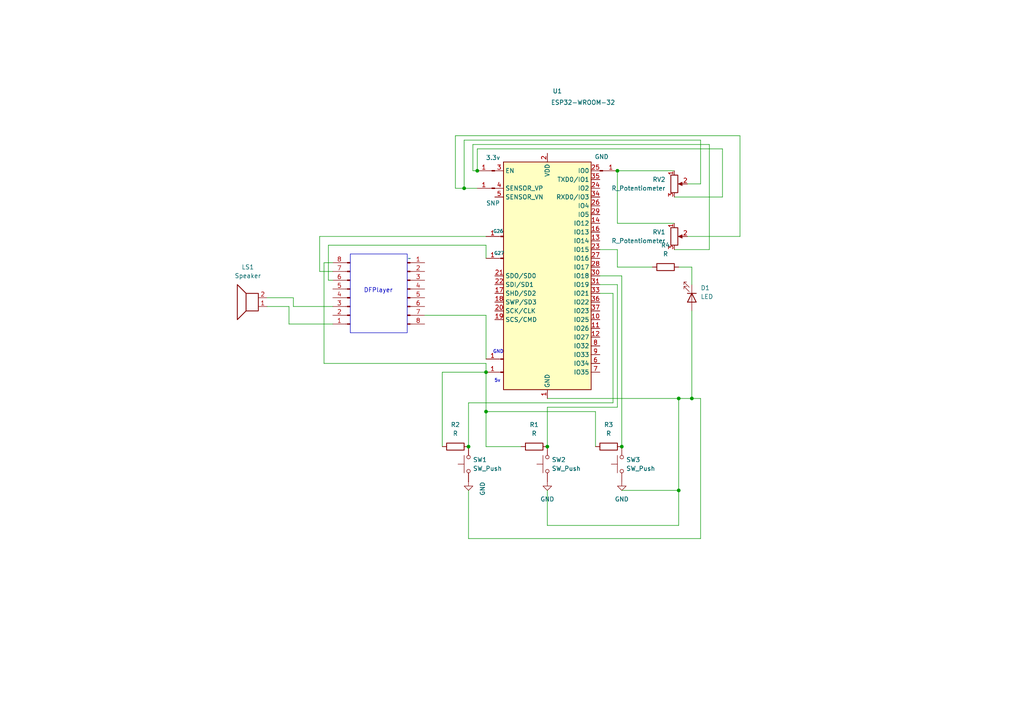
<source format=kicad_sch>
(kicad_sch (version 20231120) (generator "eeschema") (generator_version "8.0")
  (paper "A4")
  (lib_symbols
    (symbol "Connector:Conn_01x01_Pin" (pin_names (offset 1.016) hide)
      (property "Reference" "J" (at 0 2.54 0))
      (property "Value" "Conn_01x01_Pin" (at 0 -2.54 0))
      (symbol "Conn_01x01_Pin_1_1"
        (polyline (pts (xy 1.27 0) (xy 0.8636 0)) (stroke (width 0.1524)))
        (rectangle (start 0.8636 0.127) (end 0 -0.127) (stroke (width 0.1524)) (fill (type outline)))
        (pin passive line (at 5.08 0 180) (length 3.81) (name "Pin_1") (number "1"))
      )
    )
    (symbol "Connector:Conn_01x08_Pin" (pin_names (offset 1.016) hide)
      (property "Reference" "J" (at 0 10.16 0))
      (property "Value" "Conn_01x08_Pin" (at 0 -12.7 0))
      (symbol "Conn_01x08_Pin_1_1"
        (polyline (pts (xy 1.27 -10.16) (xy 0.8636 -10.16)) (stroke (width 0.1524)))
        (polyline (pts (xy 1.27 -7.62) (xy 0.8636 -7.62)) (stroke (width 0.1524)))
        (polyline (pts (xy 1.27 -5.08) (xy 0.8636 -5.08)) (stroke (width 0.1524)))
        (polyline (pts (xy 1.27 -2.54) (xy 0.8636 -2.54)) (stroke (width 0.1524)))
        (polyline (pts (xy 1.27 0) (xy 0.8636 0)) (stroke (width 0.1524)))
        (polyline (pts (xy 1.27 2.54) (xy 0.8636 2.54)) (stroke (width 0.1524)))
        (polyline (pts (xy 1.27 5.08) (xy 0.8636 5.08)) (stroke (width 0.1524)))
        (polyline (pts (xy 1.27 7.62) (xy 0.8636 7.62)) (stroke (width 0.1524)))
        (rectangle (start 0.8636 -10.033) (end 0 -10.287) (stroke (width 0.1524)) (fill (type outline)))
        (rectangle (start 0.8636 -7.493) (end 0 -7.747) (stroke (width 0.1524)) (fill (type outline)))
        (rectangle (start 0.8636 -4.953) (end 0 -5.207) (stroke (width 0.1524)) (fill (type outline)))
        (rectangle (start 0.8636 -2.413) (end 0 -2.667) (stroke (width 0.1524)) (fill (type outline)))
        (rectangle (start 0.8636 0.127) (end 0 -0.127) (stroke (width 0.1524)) (fill (type outline)))
        (rectangle (start 0.8636 2.667) (end 0 2.413) (stroke (width 0.1524)) (fill (type outline)))
        (rectangle (start 0.8636 5.207) (end 0 4.953) (stroke (width 0.1524)) (fill (type outline)))
        (rectangle (start 0.8636 7.747) (end 0 7.493) (stroke (width 0.1524)) (fill (type outline)))
        (pin passive line (at 5.08 7.62 180) (length 3.81) (name "Pin_1") (number "1"))
        (pin passive line (at 5.08 5.08 180) (length 3.81) (name "Pin_2") (number "2"))
        (pin passive line (at 5.08 2.54 180) (length 3.81) (name "Pin_3") (number "3"))
        (pin passive line (at 5.08 0 180) (length 3.81) (name "Pin_4") (number "4"))
        (pin passive line (at 5.08 -2.54 180) (length 3.81) (name "Pin_5") (number "5"))
        (pin passive line (at 5.08 -5.08 180) (length 3.81) (name "Pin_6") (number "6"))
        (pin passive line (at 5.08 -7.62 180) (length 3.81) (name "Pin_7") (number "7"))
        (pin passive line (at 5.08 -10.16 180) (length 3.81) (name "Pin_8") (number "8"))
      )
    )
    (symbol "Device:LED" (pin_numbers hide) (pin_names (offset 1.016) hide)
      (property "Reference" "D" (at 0 2.54 0))
      (property "Value" "LED" (at 0 -2.54 0))
      (symbol "LED_0_1"
        (polyline (pts (xy -1.27 -1.27) (xy -1.27 1.27)) (stroke (width 0.254)))
        (polyline (pts (xy -1.27 0) (xy 1.27 0)))
        (polyline (pts (xy 1.27 -1.27) (xy 1.27 1.27) (xy -1.27 0) (xy 1.27 -1.27)) (stroke (width 0.254)))
        (polyline (pts (xy -3.048 -0.762) (xy -4.572 -2.286) (xy -3.81 -2.286) (xy -4.572 -2.286) (xy -4.572 -1.524)))
        (polyline (pts (xy -1.778 -0.762) (xy -3.302 -2.286) (xy -2.54 -2.286) (xy -3.302 -2.286) (xy -3.302 -1.524)))
      )
      (symbol "LED_1_1"
        (pin passive line (at -3.81 0 0) (length 2.54) (name "K") (number "1"))
        (pin passive line (at 3.81 0 180) (length 2.54) (name "A") (number "2"))
      )
    )
    (symbol "Device:R" (pin_numbers hide) (pin_names (offset 0))
      (property "Reference" "R" (at 2.032 0 90))
      (property "Value" "R" (at 0 0 90))
      (symbol "R_0_1"
        (rectangle (start -1.016 -2.54) (end 1.016 2.54) (stroke (width 0.254)))
      )
      (symbol "R_1_1"
        (pin passive line (at 0 3.81 270) (length 1.27) (name "~") (number "1"))
        (pin passive line (at 0 -3.81 90) (length 1.27) (name "~") (number "2"))
      )
    )
    (symbol "Device:R_Potentiometer" (pin_names (offset 1.016) hide)
      (property "Reference" "RV" (at -4.445 0 90))
      (property "Value" "R_Potentiometer" (at -2.54 0 90))
      (symbol "R_Potentiometer_0_1"
        (polyline (pts (xy 2.54 0) (xy 1.524 0)))
        (polyline (pts (xy 1.143 0) (xy 2.286 0.508) (xy 2.286 -0.508) (xy 1.143 0)) (fill (type outline)))
        (rectangle (start 1.016 2.54) (end -1.016 -2.54) (stroke (width 0.254)))
      )
      (symbol "R_Potentiometer_1_1"
        (pin passive line (at 0 3.81 270) (length 1.27) (name "1") (number "1"))
        (pin passive line (at 3.81 0 180) (length 1.27) (name "2") (number "2"))
        (pin passive line (at 0 -3.81 90) (length 1.27) (name "3") (number "3"))
      )
    )
    (symbol "Device:Speaker" (pin_names (offset 0) hide)
      (property "Reference" "LS" (at 1.27 5.715 0))
      (property "Value" "Speaker" (at 1.27 3.81 0))
      (symbol "Speaker_0_0"
        (rectangle (start -2.54 1.27) (end 1.016 -3.81) (stroke (width 0.254)))
        (polyline (pts (xy 1.016 1.27) (xy 3.556 3.81) (xy 3.556 -6.35) (xy 1.016 -3.81)) (stroke (width 0.254)))
      )
      (symbol "Speaker_1_1"
        (pin input line (at -5.08 0 0) (length 2.54) (name "1") (number "1"))
        (pin input line (at -5.08 -2.54 0) (length 2.54) (name "2") (number "2"))
      )
    )
    (symbol "RF_Module:ESP32-WROOM-32"
      (property "Reference" "U" (at -12.7 34.29 0))
      (property "Value" "ESP32-WROOM-32" (at 1.27 34.29 0))
      (symbol "ESP32-WROOM-32_0_1"
        (rectangle (start -12.7 33.02) (end 12.7 -33.02) (stroke (width 0.254)) (fill (type background)))
      )
      (symbol "ESP32-WROOM-32_1_1"
        (pin power_in line (at 0 -35.56 90) (length 2.54) (name "GND") (number "1"))
        (pin bidirectional line (at 15.24 -12.7 180) (length 2.54) (name "IO25") (number "10"))
        (pin bidirectional line (at 15.24 -15.24 180) (length 2.54) (name "IO26") (number "11"))
        (pin bidirectional line (at 15.24 -17.78 180) (length 2.54) (name "IO27") (number "12"))
        (pin bidirectional line (at 15.24 10.16 180) (length 2.54) (name "IO14") (number "13"))
        (pin bidirectional line (at 15.24 15.24 180) (length 2.54) (name "IO12") (number "14"))
        (pin passive line (at 0 -35.56 90) (length 2.54) hide (name "GND") (number "15"))
        (pin bidirectional line (at 15.24 12.7 180) (length 2.54) (name "IO13") (number "16"))
        (pin bidirectional line (at -15.24 -5.08 0) (length 2.54) (name "SHD/SD2") (number "17"))
        (pin bidirectional line (at -15.24 -7.62 0) (length 2.54) (name "SWP/SD3") (number "18"))
        (pin bidirectional line (at -15.24 -12.7 0) (length 2.54) (name "SCS/CMD") (number "19"))
        (pin power_in line (at 0 35.56 270) (length 2.54) (name "VDD") (number "2"))
        (pin bidirectional line (at -15.24 -10.16 0) (length 2.54) (name "SCK/CLK") (number "20"))
        (pin bidirectional line (at -15.24 0 0) (length 2.54) (name "SDO/SD0") (number "21"))
        (pin bidirectional line (at -15.24 -2.54 0) (length 2.54) (name "SDI/SD1") (number "22"))
        (pin bidirectional line (at 15.24 7.62 180) (length 2.54) (name "IO15") (number "23"))
        (pin bidirectional line (at 15.24 25.4 180) (length 2.54) (name "IO2") (number "24"))
        (pin bidirectional line (at 15.24 30.48 180) (length 2.54) (name "IO0") (number "25"))
        (pin bidirectional line (at 15.24 20.32 180) (length 2.54) (name "IO4") (number "26"))
        (pin bidirectional line (at 15.24 5.08 180) (length 2.54) (name "IO16") (number "27"))
        (pin bidirectional line (at 15.24 2.54 180) (length 2.54) (name "IO17") (number "28"))
        (pin bidirectional line (at 15.24 17.78 180) (length 2.54) (name "IO5") (number "29"))
        (pin input line (at -15.24 30.48 0) (length 2.54) (name "EN") (number "3"))
        (pin bidirectional line (at 15.24 0 180) (length 2.54) (name "IO18") (number "30"))
        (pin bidirectional line (at 15.24 -2.54 180) (length 2.54) (name "IO19") (number "31"))
        (pin no_connect line (at -12.7 -27.94 0) (length 2.54) hide (name "NC") (number "32"))
        (pin bidirectional line (at 15.24 -5.08 180) (length 2.54) (name "IO21") (number "33"))
        (pin bidirectional line (at 15.24 22.86 180) (length 2.54) (name "RXD0/IO3") (number "34"))
        (pin bidirectional line (at 15.24 27.94 180) (length 2.54) (name "TXD0/IO1") (number "35"))
        (pin bidirectional line (at 15.24 -7.62 180) (length 2.54) (name "IO22") (number "36"))
        (pin bidirectional line (at 15.24 -10.16 180) (length 2.54) (name "IO23") (number "37"))
        (pin passive line (at 0 -35.56 90) (length 2.54) hide (name "GND") (number "38"))
        (pin passive line (at 0 -35.56 90) (length 2.54) hide (name "GND") (number "39"))
        (pin input line (at -15.24 25.4 0) (length 2.54) (name "SENSOR_VP") (number "4"))
        (pin input line (at -15.24 22.86 0) (length 2.54) (name "SENSOR_VN") (number "5"))
        (pin input line (at 15.24 -25.4 180) (length 2.54) (name "IO34") (number "6"))
        (pin input line (at 15.24 -27.94 180) (length 2.54) (name "IO35") (number "7"))
        (pin bidirectional line (at 15.24 -20.32 180) (length 2.54) (name "IO32") (number "8"))
        (pin bidirectional line (at 15.24 -22.86 180) (length 2.54) (name "IO33") (number "9"))
      )
    )
    (symbol "Switch:SW_Push" (pin_numbers hide) (pin_names (offset 1.016) hide)
      (property "Reference" "SW" (at 1.27 2.54 0))
      (property "Value" "SW_Push" (at 0 -1.524 0))
      (symbol "SW_Push_0_1"
        (circle (center -2.032 0) (radius 0.508))
        (polyline (pts (xy 0 1.27) (xy 0 3.048)))
        (polyline (pts (xy 2.54 1.27) (xy -2.54 1.27)))
        (circle (center 2.032 0) (radius 0.508))
        (pin passive line (at -5.08 0 0) (length 2.54) (name "1") (number "1"))
        (pin passive line (at 5.08 0 180) (length 2.54) (name "2") (number "2"))
      )
    )
    (symbol "power:GND" (power) (pin_numbers hide) (pin_names (offset 0) hide)
      (property "Value" "GND" (at 0 -3.81 0))
      (symbol "GND_0_1"
        (polyline (pts (xy 0 0) (xy 0 -1.27) (xy 1.27 -1.27) (xy 0 -2.54) (xy -1.27 -1.27) (xy 0 -1.27)))
      )
      (symbol "GND_1_1"
        (pin power_in line (at 0 0 270) (length 0) (name "~") (number "1"))
      )
    )
  )
  (junction (at 134.62 54.61))
  (junction (at 135.89 129.54))
  (junction (at 158.75 129.54))
  (junction (at 180.34 129.54))
  (junction (at 200.66 115.57))
  (junction (at 138.43 49.53))
  (junction (at 196.85 142.24))
  (junction (at 196.85 115.57))
  (junction (at 140.97 119.38))
  (junction (at 140.97 107.95))
  (junction (at 179.07 49.53))
  (wire (pts (xy 95.25 81.28) (xy 95.25 71.12)))
  (wire (pts (xy 140.97 91.44) (xy 140.97 104.14)))
  (wire (pts (xy 195.58 64.77) (xy 179.07 64.77)))
  (wire (pts (xy 95.25 71.12) (xy 140.97 71.12)))
  (wire (pts (xy 179.07 72.39) (xy 173.99 72.39)))
  (wire (pts (xy 140.97 105.41) (xy 93.98 105.41)))
  (wire (pts (xy 180.34 142.24) (xy 196.85 142.24)))
  (wire (pts (xy 203.2 156.21) (xy 203.2 115.57)))
  (wire (pts (xy 199.39 53.34) (xy 203.2 53.34)))
  (wire (pts (xy 196.85 152.4) (xy 196.85 142.24)))
  (wire (pts (xy 196.85 142.24) (xy 196.85 115.57)))
  (wire (pts (xy 135.89 129.54) (xy 135.89 116.84)))
  (wire (pts (xy 199.39 68.58) (xy 214.63 68.58)))
  (wire (pts (xy 140.97 107.95) (xy 140.97 119.38)))
  (wire (pts (xy 132.08 54.61) (xy 134.62 54.61)))
  (wire (pts (xy 134.62 54.61) (xy 138.43 54.61)))
  (wire (pts (xy 77.47 86.36) (xy 85.09 86.36)))
  (wire (pts (xy 135.89 156.21) (xy 203.2 156.21)))
  (wire (pts (xy 179.07 118.11) (xy 179.07 82.55)))
  (wire (pts (xy 209.55 57.15) (xy 209.55 43.18)))
  (wire (pts (xy 123.19 91.44) (xy 140.97 91.44)))
  (wire (pts (xy 128.27 129.54) (xy 128.27 107.95)))
  (wire (pts (xy 96.52 93.98) (xy 83.82 93.98)))
  (wire (pts (xy 179.07 82.55) (xy 173.99 82.55)))
  (wire (pts (xy 135.89 142.24) (xy 135.89 156.21)))
  (wire (pts (xy 195.58 72.39) (xy 205.74 72.39)))
  (wire (pts (xy 189.23 77.47) (xy 179.07 77.47)))
  (wire (pts (xy 179.07 77.47) (xy 179.07 72.39)))
  (wire (pts (xy 158.75 142.24) (xy 158.75 152.4)))
  (wire (pts (xy 203.2 53.34) (xy 203.2 40.64)))
  (wire (pts (xy 135.89 116.84) (xy 177.8 116.84)))
  (wire (pts (xy 93.98 105.41) (xy 93.98 76.2)))
  (wire (pts (xy 132.08 39.37) (xy 132.08 54.61)))
  (wire (pts (xy 83.82 93.98) (xy 83.82 88.9)))
  (wire (pts (xy 177.8 85.09) (xy 173.99 85.09)))
  (wire (pts (xy 158.75 129.54) (xy 158.75 118.11)))
  (wire (pts (xy 96.52 88.9) (xy 85.09 88.9)))
  (wire (pts (xy 128.27 107.95) (xy 140.97 107.95)))
  (wire (pts (xy 158.75 118.11) (xy 179.07 118.11)))
  (wire (pts (xy 140.97 129.54) (xy 140.97 119.38)))
  (wire (pts (xy 209.55 43.18) (xy 138.43 43.18)))
  (wire (pts (xy 96.52 78.74) (xy 92.71 78.74)))
  (wire (pts (xy 203.2 40.64) (xy 134.62 40.64)))
  (wire (pts (xy 96.52 81.28) (xy 95.25 81.28)))
  (wire (pts (xy 138.43 43.18) (xy 138.43 49.53)))
  (wire (pts (xy 158.75 115.57) (xy 196.85 115.57)))
  (wire (pts (xy 214.63 39.37) (xy 132.08 39.37)))
  (wire (pts (xy 92.71 68.58) (xy 140.97 68.58)))
  (wire (pts (xy 172.72 119.38) (xy 140.97 119.38)))
  (wire (pts (xy 195.58 57.15) (xy 209.55 57.15)))
  (wire (pts (xy 179.07 49.53) (xy 179.07 64.77)))
  (wire (pts (xy 151.13 129.54) (xy 140.97 129.54)))
  (wire (pts (xy 180.34 80.01) (xy 180.34 129.54)))
  (wire (pts (xy 200.66 82.55) (xy 200.66 77.47)))
  (wire (pts (xy 137.16 49.53) (xy 138.43 49.53)))
  (wire (pts (xy 85.09 88.9) (xy 85.09 86.36)))
  (wire (pts (xy 172.72 129.54) (xy 172.72 119.38)))
  (wire (pts (xy 179.07 49.53) (xy 195.58 49.53)))
  (wire (pts (xy 205.74 72.39) (xy 205.74 41.91)))
  (wire (pts (xy 158.75 152.4) (xy 196.85 152.4)))
  (wire (pts (xy 200.66 77.47) (xy 196.85 77.47)))
  (wire (pts (xy 177.8 116.84) (xy 177.8 85.09)))
  (wire (pts (xy 134.62 40.64) (xy 134.62 54.61)))
  (wire (pts (xy 196.85 115.57) (xy 200.66 115.57)))
  (wire (pts (xy 200.66 90.17) (xy 200.66 115.57)))
  (wire (pts (xy 214.63 68.58) (xy 214.63 39.37)))
  (wire (pts (xy 200.66 115.57) (xy 203.2 115.57)))
  (wire (pts (xy 137.16 41.91) (xy 137.16 49.53)))
  (wire (pts (xy 205.74 41.91) (xy 137.16 41.91)))
  (wire (pts (xy 140.97 71.12) (xy 140.97 74.93)))
  (wire (pts (xy 77.47 88.9) (xy 83.82 88.9)))
  (wire (pts (xy 93.98 76.2) (xy 96.52 76.2)))
  (wire (pts (xy 173.99 80.01) (xy 180.34 80.01)))
  (wire (pts (xy 92.71 78.74) (xy 92.71 68.58)))
  (wire (pts (xy 140.97 107.95) (xy 140.97 105.41)))
  (rectangle (start 101.6 73.66) (end 118.11 96.52))
  (text "5v" (at 144.272 110.49 0) (effects (font (size 0.9652 0.9652))))
  (text "DFPlayer\n" (at 109.728 84.328 0) (effects (font (size 1.27 1.27))))
  (text "GND\n" (at 144.526 102.108 0) (effects (font (size 0.9652 0.9652))))
  (symbol (lib_id "Connector:Conn_01x08_Pin") (at 118.11 83.82 0) (unit 1)
    (property "Reference" "J5" (effects (hide yes)))
    (property "Value" "~" (at 118.745 74.93 0))
    (property "Description" "Generic connector, single row, 01x08, script generated" (effects (hide yes)))
  )
  (symbol (lib_id "Connector:Conn_01x08_Pin") (at 101.6 86.36 180) (unit 1)
    (property "Reference" "J6" (effects (hide yes)))
    (property "Value" "Conn_01x08_Pin" (effects (hide yes)))
    (property "Description" "Generic connector, single row, 01x08, script generated" (effects (hide yes)))
  )
  (symbol (lib_id "Device:R") (at 176.53 129.54 90) (unit 1)
    (property "Reference" "R3" (at 176.53 123.19 90))
    (property "Value" "R" (at 176.53 125.73 90))
    (property "Description" "Resistor" (effects (hide yes)))
  )
  (symbol (lib_id "Connector:Conn_01x01_Pin") (at 146.05 107.95 180) (unit 1)
    (property "Reference" "J1" (effects (hide yes)))
    (property "Value" "Conn_01x01_Pin" (effects (hide yes)))
    (property "Description" "Generic connector, single row, 01x01, script generated" (effects (hide yes)))
  )
  (symbol (lib_id "power:GND") (at 180.34 139.7 0) (unit 1)
    (property "Reference" "#PWR02" (effects (hide yes)))
    (property "Value" "GND" (at 180.34 144.78 0))
    (property "Description" "Power symbol creates a global label with name \"GND\" , ground" (effects (hide yes)))
  )
  (symbol (lib_id "Connector:Conn_01x01_Pin") (at 173.99 49.53 0) (unit 1)
    (property "Reference" "J4" (effects (hide yes)))
    (property "Value" "GND" (at 174.498 45.466 0))
    (property "Description" "Generic connector, single row, 01x01, script generated" (effects (hide yes)))
  )
  (symbol (lib_id "Device:R_Potentiometer") (at 195.58 68.58 0) (unit 1)
    (property "Reference" "RV1" (at 193.04 67.3099 0) (effects (justify right)))
    (property "Value" "R_Potentiometer" (at 193.04 69.8499 0) (effects (justify right)))
    (property "Description" "Potentiometer" (effects (hide yes)))
  )
  (symbol (lib_id "Connector:Conn_01x01_Pin") (at 146.05 104.14 180) (unit 1)
    (property "Reference" "J7" (effects (hide yes)))
    (property "Value" "Conn_01x01_Pin" (effects (hide yes)))
    (property "Description" "Generic connector, single row, 01x01, script generated" (effects (hide yes)))
  )
  (symbol (lib_id "RF_Module:ESP32-WROOM-32") (at 158.75 80.01 0) (unit 1)
    (property "Reference" "U1" (at 160.274 26.416 0) (effects (justify left)))
    (property "Value" "ESP32-WROOM-32" (at 159.766 29.718 0) (effects (justify left)))
    (property "Footprint" "RF_Module:ESP32-WROOM-32" (effects (hide yes)))
    (property "Datasheet" "https://www.espressif.com/sites/default/files/documentation/esp32-wroom-32_datasheet_en.pdf" (effects (hide yes)))
    (property "Description" "RF Module, ESP32-D0WDQ6 SoC, Wi-Fi 802.11b/g/n, Bluetooth, BLE, 32-bit, 2.7-3.6V, onboard antenna, SMD" (effects (hide yes)))
  )
  (symbol (lib_id "Connector:Conn_01x01_Pin") (at 143.51 54.61 180) (unit 1)
    (property "Reference" "J3" (effects (hide yes)))
    (property "Value" "SNP" (at 143.002 58.928 0))
    (property "Description" "Generic connector, single row, 01x01, script generated" (effects (hide yes)))
  )
  (symbol (lib_id "Device:R") (at 193.04 77.47 90) (unit 1)
    (property "Reference" "R4" (at 193.04 71.12 90))
    (property "Value" "R" (at 193.04 73.66 90))
    (property "Description" "Resistor" (effects (hide yes)))
  )
  (symbol (lib_id "Connector:Conn_01x01_Pin") (at 146.05 74.93 180) (unit 1)
    (property "Reference" "J8" (effects (hide yes)))
    (property "Value" "G27" (at 144.78 73.406 0) (effects (font (size 0.9652 0.9652))))
    (property "Description" "Generic connector, single row, 01x01, script generated" (effects (hide yes)))
  )
  (symbol (lib_id "Device:R_Potentiometer") (at 195.58 53.34 0) (unit 1)
    (property "Reference" "RV2" (at 193.04 52.0699 0) (effects (justify right)))
    (property "Value" "R_Potentiometer" (at 193.04 54.6099 0) (effects (justify right)))
    (property "Description" "Potentiometer" (effects (hide yes)))
  )
  (symbol (lib_id "power:GND") (at 158.75 139.7 0) (unit 1)
    (property "Reference" "#PWR03" (effects (hide yes)))
    (property "Value" "GND" (at 158.75 144.78 0))
    (property "Description" "Power symbol creates a global label with name \"GND\" , ground" (effects (hide yes)))
  )
  (symbol (lib_id "Device:LED") (at 200.66 86.36 270) (unit 1)
    (property "Reference" "D1" (at 203.2 83.5024 90) (effects (justify left)))
    (property "Value" "LED" (at 203.2 86.0424 90) (effects (justify left)))
    (property "Description" "Light emitting diode" (effects (hide yes)))
  )
  (symbol (lib_id "Device:Speaker") (at 72.39 88.9 180) (unit 1)
    (property "Reference" "LS1" (at 71.882 77.47 0))
    (property "Value" "Speaker" (at 71.882 80.01 0))
    (property "Description" "Speaker" (effects (hide yes)))
  )
  (symbol (lib_id "Connector:Conn_01x01_Pin") (at 143.51 49.53 180) (unit 1)
    (property "Reference" "J2" (effects (hide yes)))
    (property "Value" "3.3v" (at 143.002 45.72 0))
    (property "Description" "Generic connector, single row, 01x01, script generated" (effects (hide yes)))
  )
  (symbol (lib_id "Device:R") (at 154.94 129.54 90) (unit 1)
    (property "Reference" "R1" (at 154.94 123.19 90))
    (property "Value" "R" (at 154.94 125.73 90))
    (property "Description" "Resistor" (effects (hide yes)))
  )
  (symbol (lib_id "Switch:SW_Push") (at 135.89 134.62 90) (unit 1)
    (property "Reference" "SW1" (at 137.16 133.3499 90) (effects (justify right)))
    (property "Value" "SW_Push" (at 137.16 135.8899 90) (effects (justify right)))
    (property "Description" "Push button switch, generic, two pins" (effects (hide yes)))
  )
  (symbol (lib_id "Device:R") (at 132.08 129.54 270) (unit 1)
    (property "Reference" "R2" (at 132.08 123.19 90))
    (property "Value" "R" (at 132.08 125.73 90))
    (property "Description" "Resistor" (effects (hide yes)))
  )
  (symbol (lib_id "Switch:SW_Push") (at 158.75 134.62 90) (unit 1)
    (property "Reference" "SW2" (at 160.02 133.3499 90) (effects (justify right)))
    (property "Value" "SW_Push" (at 160.02 135.8899 90) (effects (justify right)))
    (property "Description" "Push button switch, generic, two pins" (effects (hide yes)))
  )
  (symbol (lib_id "Switch:SW_Push") (at 180.34 134.62 90) (unit 1)
    (property "Reference" "SW3" (at 181.61 133.3499 90) (effects (justify right)))
    (property "Value" "SW_Push" (at 181.61 135.8899 90) (effects (justify right)))
    (property "Description" "Push button switch, generic, two pins" (effects (hide yes)))
  )
  (symbol (lib_id "Connector:Conn_01x01_Pin") (at 146.05 68.58 180) (unit 1)
    (property "Reference" "J9" (effects (hide yes)))
    (property "Value" "G26" (at 144.526 67.056 0) (effects (font (size 0.9652 0.9652))))
    (property "Description" "Generic connector, single row, 01x01, script generated" (effects (hide yes)))
  )
  (symbol (lib_id "power:GND") (at 135.89 139.7 0) (unit 1)
    (property "Reference" "#PWR01" (effects (hide yes)))
    (property "Value" "GND" (at 139.954 139.7 90) (effects (justify right)))
    (property "Description" "Power symbol creates a global label with name \"GND\" , ground" (effects (hide yes)))
  )
)
</source>
